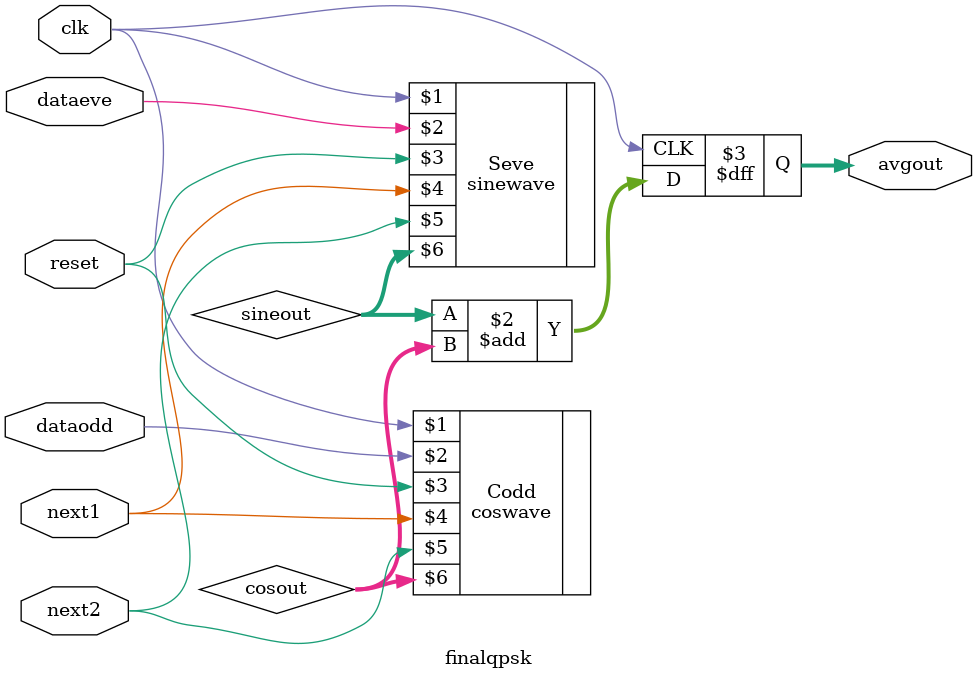
<source format=v>
module finalqpsk(
    input clk,dataeve,dataodd,reset,next1,next2,
    output reg [7:0]avgout
    );
    wire [7:0]sineout,cosout;
    sinewave Seve(clk,dataeve,reset,next1,next2,sineout);
    coswave Codd(clk,dataodd,reset,next1,next2,cosout);
    always @(posedge clk)
    begin
        avgout=(sineout+cosout);
    end
endmodule

</source>
